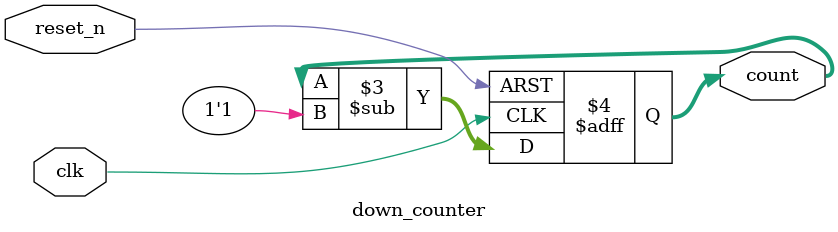
<source format=v>
module down_counter (
    input  wire       clk,
    input  wire       reset_n,
    output reg  [3:0] count
);

    always @(posedge clk or negedge reset_n) begin
        if (!reset_n)
            count <= 4'b1111;   
        else
            count <= count - 1'b1; 
    end

endmodule

</source>
